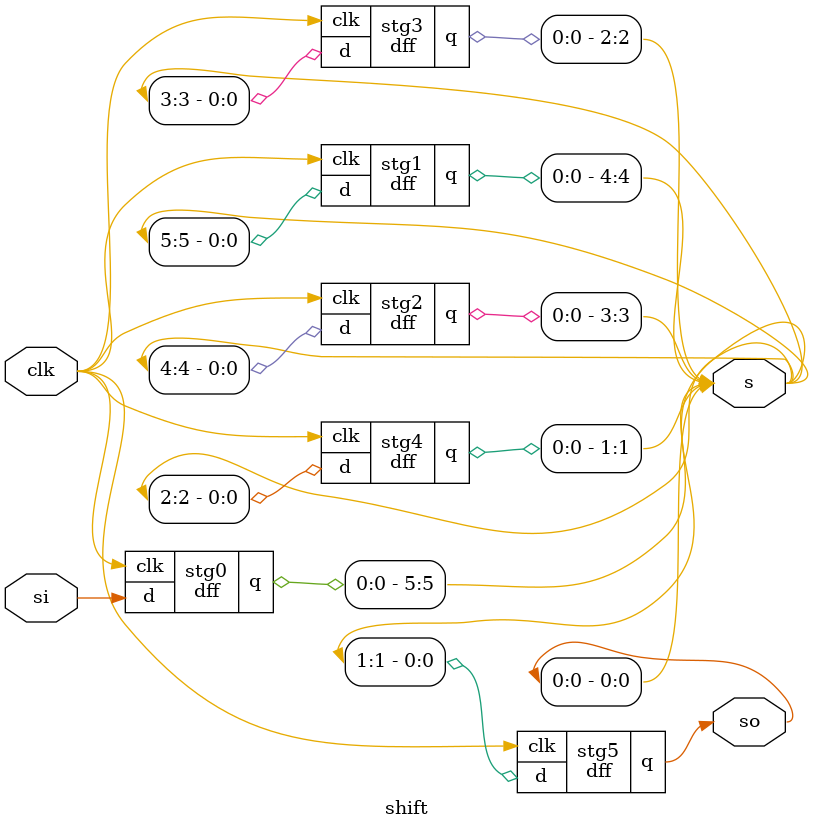
<source format=v>
module dff(d,clk,q);
input d,clk;
output reg q;
always @(posedge clk)
q<=d;
endmodule

module shift(si,clk,s,so);
input si,clk;
output [5:0]s;
output so;
dff stg0(si,clk,s[5]);
dff stg1(s[5],clk,s[4]);
dff stg2(s[4],clk,s[3]);
dff stg3(s[3],clk,s[2]);
dff stg4(s[2],clk,s[1]);
dff stg5(s[1],clk,s[0]);
assign so=s[0];
endmodule



</source>
